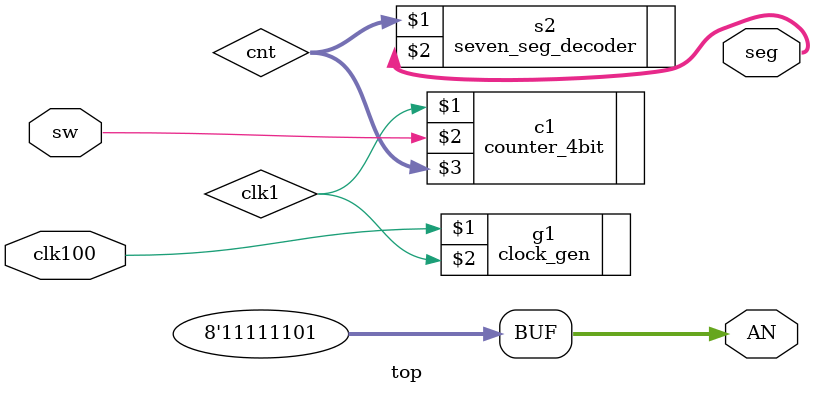
<source format=v>
`timescale 1ns / 1ps


module top(sw, clk100, seg, AN);

    input       sw;
    input       clk100;
    output      [6:0] seg;
    output      [7:0] AN;
    
    wire clk1;
    wire [3:0] cnt;
    
    assign AN = 8'b1111_1101;
    
    //                          (clk   , clkSlow)
    clock_gen           g1      (clk100,    clk1);
    
    //                          (clk,   clk_en, Q)
    counter_4bit        c1      (clk1,  sw,     cnt);
    
    //                          (SW , seg)
    seven_seg_decoder   s2      (cnt, seg);

endmodule

</source>
